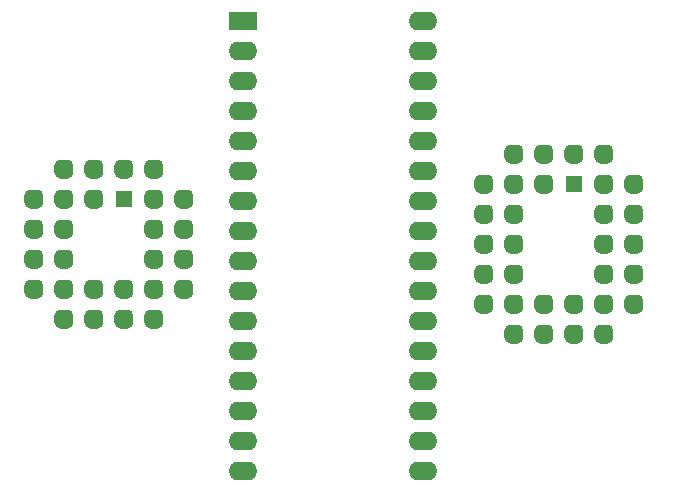
<source format=gbr>
G04 #@! TF.GenerationSoftware,KiCad,Pcbnew,5.1.7-a382d34a8~88~ubuntu20.04.1*
G04 #@! TF.CreationDate,2021-03-27T06:24:58-07:00*
G04 #@! TF.ProjectId,galep4-plcc-28,67616c65-7034-42d7-906c-63632d32382e,Mar2021*
G04 #@! TF.SameCoordinates,Original*
G04 #@! TF.FileFunction,Soldermask,Bot*
G04 #@! TF.FilePolarity,Negative*
%FSLAX46Y46*%
G04 Gerber Fmt 4.6, Leading zero omitted, Abs format (unit mm)*
G04 Created by KiCad (PCBNEW 5.1.7-a382d34a8~88~ubuntu20.04.1) date 2021-03-27 06:24:58*
%MOMM*%
%LPD*%
G01*
G04 APERTURE LIST*
%ADD10O,2.400000X1.600000*%
%ADD11R,2.400000X1.600000*%
%ADD12R,1.422400X1.422400*%
G04 APERTURE END LIST*
D10*
G04 #@! TO.C,U3*
X180238000Y-78380000D03*
X164998000Y-116480000D03*
X180238000Y-80920000D03*
X164998000Y-113940000D03*
X180238000Y-83460000D03*
X164998000Y-111400000D03*
X180238000Y-86000000D03*
X164998000Y-108860000D03*
X180238000Y-88540000D03*
X164998000Y-106320000D03*
X180238000Y-91080000D03*
X164998000Y-103780000D03*
X180238000Y-93620000D03*
X164998000Y-101240000D03*
X180238000Y-96160000D03*
X164998000Y-98700000D03*
X180238000Y-98700000D03*
X164998000Y-96160000D03*
X180238000Y-101240000D03*
X164998000Y-93620000D03*
X180238000Y-103780000D03*
X164998000Y-91080000D03*
X180238000Y-106320000D03*
X164998000Y-88540000D03*
X180238000Y-108860000D03*
X164998000Y-86000000D03*
X180238000Y-111400000D03*
X164998000Y-83460000D03*
X180238000Y-113940000D03*
X164998000Y-80920000D03*
X180238000Y-116480000D03*
D11*
X164998000Y-78380000D03*
G04 #@! TD*
G04 #@! TO.C,U2*
G36*
G01*
X197320000Y-92502800D02*
X197320000Y-91901200D01*
G75*
G02*
X197819200Y-91402000I499200J0D01*
G01*
X198420800Y-91402000D01*
G75*
G02*
X198920000Y-91901200I0J-499200D01*
G01*
X198920000Y-92502800D01*
G75*
G02*
X198420800Y-93002000I-499200J0D01*
G01*
X197819200Y-93002000D01*
G75*
G02*
X197320000Y-92502800I0J499200D01*
G01*
G37*
G36*
G01*
X197320000Y-95042800D02*
X197320000Y-94441200D01*
G75*
G02*
X197819200Y-93942000I499200J0D01*
G01*
X198420800Y-93942000D01*
G75*
G02*
X198920000Y-94441200I0J-499200D01*
G01*
X198920000Y-95042800D01*
G75*
G02*
X198420800Y-95542000I-499200J0D01*
G01*
X197819200Y-95542000D01*
G75*
G02*
X197320000Y-95042800I0J499200D01*
G01*
G37*
G36*
G01*
X197320000Y-97582800D02*
X197320000Y-96981200D01*
G75*
G02*
X197819200Y-96482000I499200J0D01*
G01*
X198420800Y-96482000D01*
G75*
G02*
X198920000Y-96981200I0J-499200D01*
G01*
X198920000Y-97582800D01*
G75*
G02*
X198420800Y-98082000I-499200J0D01*
G01*
X197819200Y-98082000D01*
G75*
G02*
X197320000Y-97582800I0J499200D01*
G01*
G37*
G36*
G01*
X197320000Y-100122800D02*
X197320000Y-99521200D01*
G75*
G02*
X197819200Y-99022000I499200J0D01*
G01*
X198420800Y-99022000D01*
G75*
G02*
X198920000Y-99521200I0J-499200D01*
G01*
X198920000Y-100122800D01*
G75*
G02*
X198420800Y-100622000I-499200J0D01*
G01*
X197819200Y-100622000D01*
G75*
G02*
X197320000Y-100122800I0J499200D01*
G01*
G37*
G36*
G01*
X194780000Y-95042800D02*
X194780000Y-94441200D01*
G75*
G02*
X195279200Y-93942000I499200J0D01*
G01*
X195880800Y-93942000D01*
G75*
G02*
X196380000Y-94441200I0J-499200D01*
G01*
X196380000Y-95042800D01*
G75*
G02*
X195880800Y-95542000I-499200J0D01*
G01*
X195279200Y-95542000D01*
G75*
G02*
X194780000Y-95042800I0J499200D01*
G01*
G37*
G36*
G01*
X194780000Y-97582800D02*
X194780000Y-96981200D01*
G75*
G02*
X195279200Y-96482000I499200J0D01*
G01*
X195880800Y-96482000D01*
G75*
G02*
X196380000Y-96981200I0J-499200D01*
G01*
X196380000Y-97582800D01*
G75*
G02*
X195880800Y-98082000I-499200J0D01*
G01*
X195279200Y-98082000D01*
G75*
G02*
X194780000Y-97582800I0J499200D01*
G01*
G37*
G36*
G01*
X194780000Y-100122800D02*
X194780000Y-99521200D01*
G75*
G02*
X195279200Y-99022000I499200J0D01*
G01*
X195880800Y-99022000D01*
G75*
G02*
X196380000Y-99521200I0J-499200D01*
G01*
X196380000Y-100122800D01*
G75*
G02*
X195880800Y-100622000I-499200J0D01*
G01*
X195279200Y-100622000D01*
G75*
G02*
X194780000Y-100122800I0J499200D01*
G01*
G37*
G36*
G01*
X194780000Y-102662800D02*
X194780000Y-102061200D01*
G75*
G02*
X195279200Y-101562000I499200J0D01*
G01*
X195880800Y-101562000D01*
G75*
G02*
X196380000Y-102061200I0J-499200D01*
G01*
X196380000Y-102662800D01*
G75*
G02*
X195880800Y-103162000I-499200J0D01*
G01*
X195279200Y-103162000D01*
G75*
G02*
X194780000Y-102662800I0J499200D01*
G01*
G37*
G36*
G01*
X194780000Y-105202800D02*
X194780000Y-104601200D01*
G75*
G02*
X195279200Y-104102000I499200J0D01*
G01*
X195880800Y-104102000D01*
G75*
G02*
X196380000Y-104601200I0J-499200D01*
G01*
X196380000Y-105202800D01*
G75*
G02*
X195880800Y-105702000I-499200J0D01*
G01*
X195279200Y-105702000D01*
G75*
G02*
X194780000Y-105202800I0J499200D01*
G01*
G37*
G36*
G01*
X192240000Y-105202800D02*
X192240000Y-104601200D01*
G75*
G02*
X192739200Y-104102000I499200J0D01*
G01*
X193340800Y-104102000D01*
G75*
G02*
X193840000Y-104601200I0J-499200D01*
G01*
X193840000Y-105202800D01*
G75*
G02*
X193340800Y-105702000I-499200J0D01*
G01*
X192739200Y-105702000D01*
G75*
G02*
X192240000Y-105202800I0J499200D01*
G01*
G37*
G36*
G01*
X189700000Y-105202800D02*
X189700000Y-104601200D01*
G75*
G02*
X190199200Y-104102000I499200J0D01*
G01*
X190800800Y-104102000D01*
G75*
G02*
X191300000Y-104601200I0J-499200D01*
G01*
X191300000Y-105202800D01*
G75*
G02*
X190800800Y-105702000I-499200J0D01*
G01*
X190199200Y-105702000D01*
G75*
G02*
X189700000Y-105202800I0J499200D01*
G01*
G37*
G36*
G01*
X187160000Y-105202800D02*
X187160000Y-104601200D01*
G75*
G02*
X187659200Y-104102000I499200J0D01*
G01*
X188260800Y-104102000D01*
G75*
G02*
X188760000Y-104601200I0J-499200D01*
G01*
X188760000Y-105202800D01*
G75*
G02*
X188260800Y-105702000I-499200J0D01*
G01*
X187659200Y-105702000D01*
G75*
G02*
X187160000Y-105202800I0J499200D01*
G01*
G37*
G36*
G01*
X197320000Y-102662800D02*
X197320000Y-102061200D01*
G75*
G02*
X197819200Y-101562000I499200J0D01*
G01*
X198420800Y-101562000D01*
G75*
G02*
X198920000Y-102061200I0J-499200D01*
G01*
X198920000Y-102662800D01*
G75*
G02*
X198420800Y-103162000I-499200J0D01*
G01*
X197819200Y-103162000D01*
G75*
G02*
X197320000Y-102662800I0J499200D01*
G01*
G37*
G36*
G01*
X192240000Y-102662800D02*
X192240000Y-102061200D01*
G75*
G02*
X192739200Y-101562000I499200J0D01*
G01*
X193340800Y-101562000D01*
G75*
G02*
X193840000Y-102061200I0J-499200D01*
G01*
X193840000Y-102662800D01*
G75*
G02*
X193340800Y-103162000I-499200J0D01*
G01*
X192739200Y-103162000D01*
G75*
G02*
X192240000Y-102662800I0J499200D01*
G01*
G37*
G36*
G01*
X189700000Y-102662800D02*
X189700000Y-102061200D01*
G75*
G02*
X190199200Y-101562000I499200J0D01*
G01*
X190800800Y-101562000D01*
G75*
G02*
X191300000Y-102061200I0J-499200D01*
G01*
X191300000Y-102662800D01*
G75*
G02*
X190800800Y-103162000I-499200J0D01*
G01*
X190199200Y-103162000D01*
G75*
G02*
X189700000Y-102662800I0J499200D01*
G01*
G37*
G36*
G01*
X187160000Y-102662800D02*
X187160000Y-102061200D01*
G75*
G02*
X187659200Y-101562000I499200J0D01*
G01*
X188260800Y-101562000D01*
G75*
G02*
X188760000Y-102061200I0J-499200D01*
G01*
X188760000Y-102662800D01*
G75*
G02*
X188260800Y-103162000I-499200J0D01*
G01*
X187659200Y-103162000D01*
G75*
G02*
X187160000Y-102662800I0J499200D01*
G01*
G37*
G36*
G01*
X184620000Y-102662800D02*
X184620000Y-102061200D01*
G75*
G02*
X185119200Y-101562000I499200J0D01*
G01*
X185720800Y-101562000D01*
G75*
G02*
X186220000Y-102061200I0J-499200D01*
G01*
X186220000Y-102662800D01*
G75*
G02*
X185720800Y-103162000I-499200J0D01*
G01*
X185119200Y-103162000D01*
G75*
G02*
X184620000Y-102662800I0J499200D01*
G01*
G37*
G36*
G01*
X184620000Y-100122800D02*
X184620000Y-99521200D01*
G75*
G02*
X185119200Y-99022000I499200J0D01*
G01*
X185720800Y-99022000D01*
G75*
G02*
X186220000Y-99521200I0J-499200D01*
G01*
X186220000Y-100122800D01*
G75*
G02*
X185720800Y-100622000I-499200J0D01*
G01*
X185119200Y-100622000D01*
G75*
G02*
X184620000Y-100122800I0J499200D01*
G01*
G37*
G36*
G01*
X184620000Y-97582800D02*
X184620000Y-96981200D01*
G75*
G02*
X185119200Y-96482000I499200J0D01*
G01*
X185720800Y-96482000D01*
G75*
G02*
X186220000Y-96981200I0J-499200D01*
G01*
X186220000Y-97582800D01*
G75*
G02*
X185720800Y-98082000I-499200J0D01*
G01*
X185119200Y-98082000D01*
G75*
G02*
X184620000Y-97582800I0J499200D01*
G01*
G37*
G36*
G01*
X184620000Y-95042800D02*
X184620000Y-94441200D01*
G75*
G02*
X185119200Y-93942000I499200J0D01*
G01*
X185720800Y-93942000D01*
G75*
G02*
X186220000Y-94441200I0J-499200D01*
G01*
X186220000Y-95042800D01*
G75*
G02*
X185720800Y-95542000I-499200J0D01*
G01*
X185119200Y-95542000D01*
G75*
G02*
X184620000Y-95042800I0J499200D01*
G01*
G37*
G36*
G01*
X184620000Y-92502800D02*
X184620000Y-91901200D01*
G75*
G02*
X185119200Y-91402000I499200J0D01*
G01*
X185720800Y-91402000D01*
G75*
G02*
X186220000Y-91901200I0J-499200D01*
G01*
X186220000Y-92502800D01*
G75*
G02*
X185720800Y-93002000I-499200J0D01*
G01*
X185119200Y-93002000D01*
G75*
G02*
X184620000Y-92502800I0J499200D01*
G01*
G37*
G36*
G01*
X187160000Y-100122800D02*
X187160000Y-99521200D01*
G75*
G02*
X187659200Y-99022000I499200J0D01*
G01*
X188260800Y-99022000D01*
G75*
G02*
X188760000Y-99521200I0J-499200D01*
G01*
X188760000Y-100122800D01*
G75*
G02*
X188260800Y-100622000I-499200J0D01*
G01*
X187659200Y-100622000D01*
G75*
G02*
X187160000Y-100122800I0J499200D01*
G01*
G37*
G36*
G01*
X187160000Y-97582800D02*
X187160000Y-96981200D01*
G75*
G02*
X187659200Y-96482000I499200J0D01*
G01*
X188260800Y-96482000D01*
G75*
G02*
X188760000Y-96981200I0J-499200D01*
G01*
X188760000Y-97582800D01*
G75*
G02*
X188260800Y-98082000I-499200J0D01*
G01*
X187659200Y-98082000D01*
G75*
G02*
X187160000Y-97582800I0J499200D01*
G01*
G37*
G36*
G01*
X187160000Y-95042800D02*
X187160000Y-94441200D01*
G75*
G02*
X187659200Y-93942000I499200J0D01*
G01*
X188260800Y-93942000D01*
G75*
G02*
X188760000Y-94441200I0J-499200D01*
G01*
X188760000Y-95042800D01*
G75*
G02*
X188260800Y-95542000I-499200J0D01*
G01*
X187659200Y-95542000D01*
G75*
G02*
X187160000Y-95042800I0J499200D01*
G01*
G37*
G36*
G01*
X187160000Y-92502800D02*
X187160000Y-91901200D01*
G75*
G02*
X187659200Y-91402000I499200J0D01*
G01*
X188260800Y-91402000D01*
G75*
G02*
X188760000Y-91901200I0J-499200D01*
G01*
X188760000Y-92502800D01*
G75*
G02*
X188260800Y-93002000I-499200J0D01*
G01*
X187659200Y-93002000D01*
G75*
G02*
X187160000Y-92502800I0J499200D01*
G01*
G37*
G36*
G01*
X194780000Y-89962800D02*
X194780000Y-89361200D01*
G75*
G02*
X195279200Y-88862000I499200J0D01*
G01*
X195880800Y-88862000D01*
G75*
G02*
X196380000Y-89361200I0J-499200D01*
G01*
X196380000Y-89962800D01*
G75*
G02*
X195880800Y-90462000I-499200J0D01*
G01*
X195279200Y-90462000D01*
G75*
G02*
X194780000Y-89962800I0J499200D01*
G01*
G37*
G36*
G01*
X192240000Y-89962800D02*
X192240000Y-89361200D01*
G75*
G02*
X192739200Y-88862000I499200J0D01*
G01*
X193340800Y-88862000D01*
G75*
G02*
X193840000Y-89361200I0J-499200D01*
G01*
X193840000Y-89962800D01*
G75*
G02*
X193340800Y-90462000I-499200J0D01*
G01*
X192739200Y-90462000D01*
G75*
G02*
X192240000Y-89962800I0J499200D01*
G01*
G37*
G36*
G01*
X187160000Y-89962800D02*
X187160000Y-89361200D01*
G75*
G02*
X187659200Y-88862000I499200J0D01*
G01*
X188260800Y-88862000D01*
G75*
G02*
X188760000Y-89361200I0J-499200D01*
G01*
X188760000Y-89962800D01*
G75*
G02*
X188260800Y-90462000I-499200J0D01*
G01*
X187659200Y-90462000D01*
G75*
G02*
X187160000Y-89962800I0J499200D01*
G01*
G37*
G36*
G01*
X189700000Y-89962800D02*
X189700000Y-89361200D01*
G75*
G02*
X190199200Y-88862000I499200J0D01*
G01*
X190800800Y-88862000D01*
G75*
G02*
X191300000Y-89361200I0J-499200D01*
G01*
X191300000Y-89962800D01*
G75*
G02*
X190800800Y-90462000I-499200J0D01*
G01*
X190199200Y-90462000D01*
G75*
G02*
X189700000Y-89962800I0J499200D01*
G01*
G37*
G36*
G01*
X194780000Y-92502800D02*
X194780000Y-91901200D01*
G75*
G02*
X195279200Y-91402000I499200J0D01*
G01*
X195880800Y-91402000D01*
G75*
G02*
X196380000Y-91901200I0J-499200D01*
G01*
X196380000Y-92502800D01*
G75*
G02*
X195880800Y-93002000I-499200J0D01*
G01*
X195279200Y-93002000D01*
G75*
G02*
X194780000Y-92502800I0J499200D01*
G01*
G37*
G36*
G01*
X189700000Y-92502800D02*
X189700000Y-91901200D01*
G75*
G02*
X190199200Y-91402000I499200J0D01*
G01*
X190800800Y-91402000D01*
G75*
G02*
X191300000Y-91901200I0J-499200D01*
G01*
X191300000Y-92502800D01*
G75*
G02*
X190800800Y-93002000I-499200J0D01*
G01*
X190199200Y-93002000D01*
G75*
G02*
X189700000Y-92502800I0J499200D01*
G01*
G37*
D12*
X193040000Y-92202000D03*
G04 #@! TD*
G04 #@! TO.C,U1*
G36*
G01*
X159220000Y-93772800D02*
X159220000Y-93171200D01*
G75*
G02*
X159719200Y-92672000I499200J0D01*
G01*
X160320800Y-92672000D01*
G75*
G02*
X160820000Y-93171200I0J-499200D01*
G01*
X160820000Y-93772800D01*
G75*
G02*
X160320800Y-94272000I-499200J0D01*
G01*
X159719200Y-94272000D01*
G75*
G02*
X159220000Y-93772800I0J499200D01*
G01*
G37*
G36*
G01*
X159220000Y-96312800D02*
X159220000Y-95711200D01*
G75*
G02*
X159719200Y-95212000I499200J0D01*
G01*
X160320800Y-95212000D01*
G75*
G02*
X160820000Y-95711200I0J-499200D01*
G01*
X160820000Y-96312800D01*
G75*
G02*
X160320800Y-96812000I-499200J0D01*
G01*
X159719200Y-96812000D01*
G75*
G02*
X159220000Y-96312800I0J499200D01*
G01*
G37*
G36*
G01*
X159220000Y-98852800D02*
X159220000Y-98251200D01*
G75*
G02*
X159719200Y-97752000I499200J0D01*
G01*
X160320800Y-97752000D01*
G75*
G02*
X160820000Y-98251200I0J-499200D01*
G01*
X160820000Y-98852800D01*
G75*
G02*
X160320800Y-99352000I-499200J0D01*
G01*
X159719200Y-99352000D01*
G75*
G02*
X159220000Y-98852800I0J499200D01*
G01*
G37*
G36*
G01*
X156680000Y-91232800D02*
X156680000Y-90631200D01*
G75*
G02*
X157179200Y-90132000I499200J0D01*
G01*
X157780800Y-90132000D01*
G75*
G02*
X158280000Y-90631200I0J-499200D01*
G01*
X158280000Y-91232800D01*
G75*
G02*
X157780800Y-91732000I-499200J0D01*
G01*
X157179200Y-91732000D01*
G75*
G02*
X156680000Y-91232800I0J499200D01*
G01*
G37*
G36*
G01*
X156680000Y-96312800D02*
X156680000Y-95711200D01*
G75*
G02*
X157179200Y-95212000I499200J0D01*
G01*
X157780800Y-95212000D01*
G75*
G02*
X158280000Y-95711200I0J-499200D01*
G01*
X158280000Y-96312800D01*
G75*
G02*
X157780800Y-96812000I-499200J0D01*
G01*
X157179200Y-96812000D01*
G75*
G02*
X156680000Y-96312800I0J499200D01*
G01*
G37*
G36*
G01*
X156680000Y-98852800D02*
X156680000Y-98251200D01*
G75*
G02*
X157179200Y-97752000I499200J0D01*
G01*
X157780800Y-97752000D01*
G75*
G02*
X158280000Y-98251200I0J-499200D01*
G01*
X158280000Y-98852800D01*
G75*
G02*
X157780800Y-99352000I-499200J0D01*
G01*
X157179200Y-99352000D01*
G75*
G02*
X156680000Y-98852800I0J499200D01*
G01*
G37*
G36*
G01*
X156680000Y-101392800D02*
X156680000Y-100791200D01*
G75*
G02*
X157179200Y-100292000I499200J0D01*
G01*
X157780800Y-100292000D01*
G75*
G02*
X158280000Y-100791200I0J-499200D01*
G01*
X158280000Y-101392800D01*
G75*
G02*
X157780800Y-101892000I-499200J0D01*
G01*
X157179200Y-101892000D01*
G75*
G02*
X156680000Y-101392800I0J499200D01*
G01*
G37*
G36*
G01*
X156680000Y-103932800D02*
X156680000Y-103331200D01*
G75*
G02*
X157179200Y-102832000I499200J0D01*
G01*
X157780800Y-102832000D01*
G75*
G02*
X158280000Y-103331200I0J-499200D01*
G01*
X158280000Y-103932800D01*
G75*
G02*
X157780800Y-104432000I-499200J0D01*
G01*
X157179200Y-104432000D01*
G75*
G02*
X156680000Y-103932800I0J499200D01*
G01*
G37*
G36*
G01*
X154140000Y-103932800D02*
X154140000Y-103331200D01*
G75*
G02*
X154639200Y-102832000I499200J0D01*
G01*
X155240800Y-102832000D01*
G75*
G02*
X155740000Y-103331200I0J-499200D01*
G01*
X155740000Y-103932800D01*
G75*
G02*
X155240800Y-104432000I-499200J0D01*
G01*
X154639200Y-104432000D01*
G75*
G02*
X154140000Y-103932800I0J499200D01*
G01*
G37*
G36*
G01*
X151600000Y-103932800D02*
X151600000Y-103331200D01*
G75*
G02*
X152099200Y-102832000I499200J0D01*
G01*
X152700800Y-102832000D01*
G75*
G02*
X153200000Y-103331200I0J-499200D01*
G01*
X153200000Y-103932800D01*
G75*
G02*
X152700800Y-104432000I-499200J0D01*
G01*
X152099200Y-104432000D01*
G75*
G02*
X151600000Y-103932800I0J499200D01*
G01*
G37*
G36*
G01*
X149060000Y-103932800D02*
X149060000Y-103331200D01*
G75*
G02*
X149559200Y-102832000I499200J0D01*
G01*
X150160800Y-102832000D01*
G75*
G02*
X150660000Y-103331200I0J-499200D01*
G01*
X150660000Y-103932800D01*
G75*
G02*
X150160800Y-104432000I-499200J0D01*
G01*
X149559200Y-104432000D01*
G75*
G02*
X149060000Y-103932800I0J499200D01*
G01*
G37*
G36*
G01*
X159220000Y-101392800D02*
X159220000Y-100791200D01*
G75*
G02*
X159719200Y-100292000I499200J0D01*
G01*
X160320800Y-100292000D01*
G75*
G02*
X160820000Y-100791200I0J-499200D01*
G01*
X160820000Y-101392800D01*
G75*
G02*
X160320800Y-101892000I-499200J0D01*
G01*
X159719200Y-101892000D01*
G75*
G02*
X159220000Y-101392800I0J499200D01*
G01*
G37*
G36*
G01*
X154140000Y-101392800D02*
X154140000Y-100791200D01*
G75*
G02*
X154639200Y-100292000I499200J0D01*
G01*
X155240800Y-100292000D01*
G75*
G02*
X155740000Y-100791200I0J-499200D01*
G01*
X155740000Y-101392800D01*
G75*
G02*
X155240800Y-101892000I-499200J0D01*
G01*
X154639200Y-101892000D01*
G75*
G02*
X154140000Y-101392800I0J499200D01*
G01*
G37*
G36*
G01*
X151600000Y-101392800D02*
X151600000Y-100791200D01*
G75*
G02*
X152099200Y-100292000I499200J0D01*
G01*
X152700800Y-100292000D01*
G75*
G02*
X153200000Y-100791200I0J-499200D01*
G01*
X153200000Y-101392800D01*
G75*
G02*
X152700800Y-101892000I-499200J0D01*
G01*
X152099200Y-101892000D01*
G75*
G02*
X151600000Y-101392800I0J499200D01*
G01*
G37*
G36*
G01*
X149060000Y-101392800D02*
X149060000Y-100791200D01*
G75*
G02*
X149559200Y-100292000I499200J0D01*
G01*
X150160800Y-100292000D01*
G75*
G02*
X150660000Y-100791200I0J-499200D01*
G01*
X150660000Y-101392800D01*
G75*
G02*
X150160800Y-101892000I-499200J0D01*
G01*
X149559200Y-101892000D01*
G75*
G02*
X149060000Y-101392800I0J499200D01*
G01*
G37*
G36*
G01*
X146520000Y-101392800D02*
X146520000Y-100791200D01*
G75*
G02*
X147019200Y-100292000I499200J0D01*
G01*
X147620800Y-100292000D01*
G75*
G02*
X148120000Y-100791200I0J-499200D01*
G01*
X148120000Y-101392800D01*
G75*
G02*
X147620800Y-101892000I-499200J0D01*
G01*
X147019200Y-101892000D01*
G75*
G02*
X146520000Y-101392800I0J499200D01*
G01*
G37*
G36*
G01*
X146520000Y-98852800D02*
X146520000Y-98251200D01*
G75*
G02*
X147019200Y-97752000I499200J0D01*
G01*
X147620800Y-97752000D01*
G75*
G02*
X148120000Y-98251200I0J-499200D01*
G01*
X148120000Y-98852800D01*
G75*
G02*
X147620800Y-99352000I-499200J0D01*
G01*
X147019200Y-99352000D01*
G75*
G02*
X146520000Y-98852800I0J499200D01*
G01*
G37*
G36*
G01*
X146520000Y-96312800D02*
X146520000Y-95711200D01*
G75*
G02*
X147019200Y-95212000I499200J0D01*
G01*
X147620800Y-95212000D01*
G75*
G02*
X148120000Y-95711200I0J-499200D01*
G01*
X148120000Y-96312800D01*
G75*
G02*
X147620800Y-96812000I-499200J0D01*
G01*
X147019200Y-96812000D01*
G75*
G02*
X146520000Y-96312800I0J499200D01*
G01*
G37*
G36*
G01*
X146520000Y-93772800D02*
X146520000Y-93171200D01*
G75*
G02*
X147019200Y-92672000I499200J0D01*
G01*
X147620800Y-92672000D01*
G75*
G02*
X148120000Y-93171200I0J-499200D01*
G01*
X148120000Y-93772800D01*
G75*
G02*
X147620800Y-94272000I-499200J0D01*
G01*
X147019200Y-94272000D01*
G75*
G02*
X146520000Y-93772800I0J499200D01*
G01*
G37*
G36*
G01*
X149060000Y-98852800D02*
X149060000Y-98251200D01*
G75*
G02*
X149559200Y-97752000I499200J0D01*
G01*
X150160800Y-97752000D01*
G75*
G02*
X150660000Y-98251200I0J-499200D01*
G01*
X150660000Y-98852800D01*
G75*
G02*
X150160800Y-99352000I-499200J0D01*
G01*
X149559200Y-99352000D01*
G75*
G02*
X149060000Y-98852800I0J499200D01*
G01*
G37*
G36*
G01*
X149060000Y-96312800D02*
X149060000Y-95711200D01*
G75*
G02*
X149559200Y-95212000I499200J0D01*
G01*
X150160800Y-95212000D01*
G75*
G02*
X150660000Y-95711200I0J-499200D01*
G01*
X150660000Y-96312800D01*
G75*
G02*
X150160800Y-96812000I-499200J0D01*
G01*
X149559200Y-96812000D01*
G75*
G02*
X149060000Y-96312800I0J499200D01*
G01*
G37*
G36*
G01*
X149060000Y-93772800D02*
X149060000Y-93171200D01*
G75*
G02*
X149559200Y-92672000I499200J0D01*
G01*
X150160800Y-92672000D01*
G75*
G02*
X150660000Y-93171200I0J-499200D01*
G01*
X150660000Y-93772800D01*
G75*
G02*
X150160800Y-94272000I-499200J0D01*
G01*
X149559200Y-94272000D01*
G75*
G02*
X149060000Y-93772800I0J499200D01*
G01*
G37*
G36*
G01*
X154140000Y-91232800D02*
X154140000Y-90631200D01*
G75*
G02*
X154639200Y-90132000I499200J0D01*
G01*
X155240800Y-90132000D01*
G75*
G02*
X155740000Y-90631200I0J-499200D01*
G01*
X155740000Y-91232800D01*
G75*
G02*
X155240800Y-91732000I-499200J0D01*
G01*
X154639200Y-91732000D01*
G75*
G02*
X154140000Y-91232800I0J499200D01*
G01*
G37*
G36*
G01*
X149060000Y-91232800D02*
X149060000Y-90631200D01*
G75*
G02*
X149559200Y-90132000I499200J0D01*
G01*
X150160800Y-90132000D01*
G75*
G02*
X150660000Y-90631200I0J-499200D01*
G01*
X150660000Y-91232800D01*
G75*
G02*
X150160800Y-91732000I-499200J0D01*
G01*
X149559200Y-91732000D01*
G75*
G02*
X149060000Y-91232800I0J499200D01*
G01*
G37*
G36*
G01*
X151600000Y-91232800D02*
X151600000Y-90631200D01*
G75*
G02*
X152099200Y-90132000I499200J0D01*
G01*
X152700800Y-90132000D01*
G75*
G02*
X153200000Y-90631200I0J-499200D01*
G01*
X153200000Y-91232800D01*
G75*
G02*
X152700800Y-91732000I-499200J0D01*
G01*
X152099200Y-91732000D01*
G75*
G02*
X151600000Y-91232800I0J499200D01*
G01*
G37*
G36*
G01*
X156680000Y-93772800D02*
X156680000Y-93171200D01*
G75*
G02*
X157179200Y-92672000I499200J0D01*
G01*
X157780800Y-92672000D01*
G75*
G02*
X158280000Y-93171200I0J-499200D01*
G01*
X158280000Y-93772800D01*
G75*
G02*
X157780800Y-94272000I-499200J0D01*
G01*
X157179200Y-94272000D01*
G75*
G02*
X156680000Y-93772800I0J499200D01*
G01*
G37*
G36*
G01*
X151600000Y-93772800D02*
X151600000Y-93171200D01*
G75*
G02*
X152099200Y-92672000I499200J0D01*
G01*
X152700800Y-92672000D01*
G75*
G02*
X153200000Y-93171200I0J-499200D01*
G01*
X153200000Y-93772800D01*
G75*
G02*
X152700800Y-94272000I-499200J0D01*
G01*
X152099200Y-94272000D01*
G75*
G02*
X151600000Y-93772800I0J499200D01*
G01*
G37*
X154940000Y-93472000D03*
G04 #@! TD*
M02*

</source>
